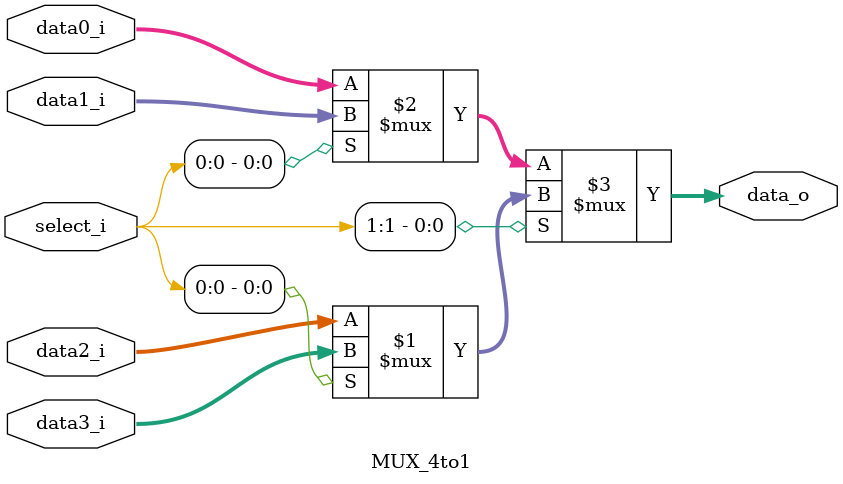
<source format=v>
module MUX_4to1(
            data0_i,
            data1_i,
            data2_i,
            data3_i,
            select_i,
            data_o
);

parameter size = 0;

input   [size-1:0] data0_i;          
input   [size-1:0] data1_i;
input   [size-1:0] data2_i;
input   [size-1:0] data3_i;
input   [1:0]      select_i;
output  [size-1:0] data_o; 

assign data_o = select_i[1]?(select_i[0]?data3_i:data2_i):(select_i[0]?data1_i:data0_i);
endmodule      
</source>
